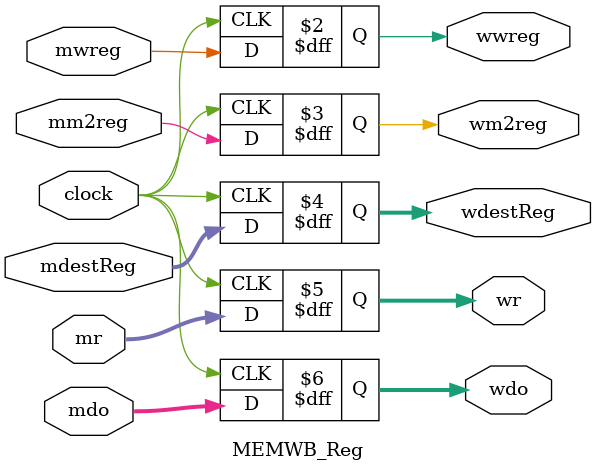
<source format=v>
`timescale 1ns / 1ps


module MEMWB_Reg(
    input mwreg,
    input mm2reg,
    input [4:0] mdestReg,
    input [31:0] mr,
    input [31:0] mdo,
    input clock,
    
    output reg wwreg,
    output reg wm2reg,
    output reg [4:0]wdestReg,
    output reg [31:0] wr,
    output reg [31:0] wdo
    );
    
    always @(posedge clock)
    begin
        wwreg <= mwreg;
        wm2reg <= mm2reg;
        wdestReg <= mdestReg;
        wr <= mr;
        wdo <= mdo;
    end
endmodule

</source>
